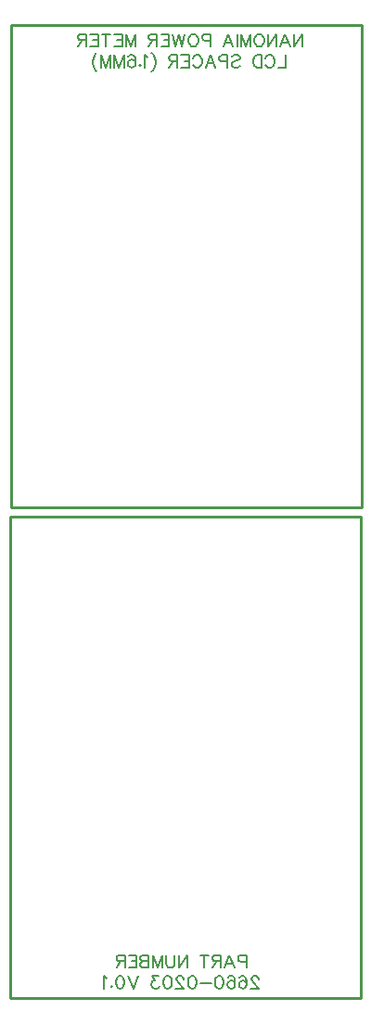
<source format=gbo>
G04 Layer: BottomSilkscreenLayer*
G04 EasyEDA v6.5.42, 2024-03-09 16:24:40*
G04 9ad492a03f114423b044bb89e96552af,5a6b42c53f6a479593ecc07194224c93,10*
G04 Gerber Generator version 0.2*
G04 Scale: 100 percent, Rotated: No, Reflected: No *
G04 Dimensions in millimeters *
G04 leading zeros omitted , absolute positions ,4 integer and 5 decimal *
%FSLAX45Y45*%
%MOMM*%

%ADD10C,0.2032*%
%ADD11C,0.2540*%

%LPD*%
D10*
X3111500Y11741589D02*
G01*
X3111500Y11627045D01*
X3111500Y11741589D02*
G01*
X3035137Y11627045D01*
X3035137Y11741589D02*
G01*
X3035137Y11627045D01*
X2955500Y11741589D02*
G01*
X2999135Y11627045D01*
X2955500Y11741589D02*
G01*
X2911863Y11627045D01*
X2982772Y11665226D02*
G01*
X2928228Y11665226D01*
X2875864Y11741589D02*
G01*
X2875864Y11627045D01*
X2875864Y11741589D02*
G01*
X2799501Y11627045D01*
X2799501Y11741589D02*
G01*
X2799501Y11627045D01*
X2730774Y11741589D02*
G01*
X2741683Y11736136D01*
X2752590Y11725226D01*
X2758046Y11714317D01*
X2763499Y11697954D01*
X2763499Y11670682D01*
X2758046Y11654317D01*
X2752590Y11643408D01*
X2741683Y11632498D01*
X2730774Y11627045D01*
X2708955Y11627045D01*
X2698046Y11632498D01*
X2687137Y11643408D01*
X2681683Y11654317D01*
X2676227Y11670682D01*
X2676227Y11697954D01*
X2681683Y11714317D01*
X2687137Y11725226D01*
X2698046Y11736136D01*
X2708955Y11741589D01*
X2730774Y11741589D01*
X2640228Y11741589D02*
G01*
X2640228Y11627045D01*
X2640228Y11741589D02*
G01*
X2596591Y11627045D01*
X2552956Y11741589D02*
G01*
X2596591Y11627045D01*
X2552956Y11741589D02*
G01*
X2552956Y11627045D01*
X2516954Y11741589D02*
G01*
X2516954Y11627045D01*
X2437320Y11741589D02*
G01*
X2480955Y11627045D01*
X2437320Y11741589D02*
G01*
X2393683Y11627045D01*
X2464592Y11665226D02*
G01*
X2410045Y11665226D01*
X2273683Y11741589D02*
G01*
X2273683Y11627045D01*
X2273683Y11741589D02*
G01*
X2224592Y11741589D01*
X2208230Y11736136D01*
X2202774Y11730682D01*
X2197320Y11719773D01*
X2197320Y11703408D01*
X2202774Y11692498D01*
X2208230Y11687045D01*
X2224592Y11681589D01*
X2273683Y11681589D01*
X2128593Y11741589D02*
G01*
X2139502Y11736136D01*
X2150412Y11725226D01*
X2155865Y11714317D01*
X2161319Y11697954D01*
X2161319Y11670682D01*
X2155865Y11654317D01*
X2150412Y11643408D01*
X2139502Y11632498D01*
X2128593Y11627045D01*
X2106775Y11627045D01*
X2095865Y11632498D01*
X2084956Y11643408D01*
X2079503Y11654317D01*
X2074047Y11670682D01*
X2074047Y11697954D01*
X2079503Y11714317D01*
X2084956Y11725226D01*
X2095865Y11736136D01*
X2106775Y11741589D01*
X2128593Y11741589D01*
X2038047Y11741589D02*
G01*
X2010775Y11627045D01*
X1983501Y11741589D02*
G01*
X2010775Y11627045D01*
X1983501Y11741589D02*
G01*
X1956229Y11627045D01*
X1928957Y11741589D02*
G01*
X1956229Y11627045D01*
X1892957Y11741589D02*
G01*
X1892957Y11627045D01*
X1892957Y11741589D02*
G01*
X1822048Y11741589D01*
X1892957Y11687045D02*
G01*
X1849320Y11687045D01*
X1892957Y11627045D02*
G01*
X1822048Y11627045D01*
X1786049Y11741589D02*
G01*
X1786049Y11627045D01*
X1786049Y11741589D02*
G01*
X1736956Y11741589D01*
X1720593Y11736136D01*
X1715140Y11730682D01*
X1709684Y11719773D01*
X1709684Y11708864D01*
X1715140Y11697954D01*
X1720593Y11692498D01*
X1736956Y11687045D01*
X1786049Y11687045D01*
X1747865Y11687045D02*
G01*
X1709684Y11627045D01*
X1589684Y11741589D02*
G01*
X1589684Y11627045D01*
X1589684Y11741589D02*
G01*
X1546049Y11627045D01*
X1502412Y11741589D02*
G01*
X1546049Y11627045D01*
X1502412Y11741589D02*
G01*
X1502412Y11627045D01*
X1466413Y11741589D02*
G01*
X1466413Y11627045D01*
X1466413Y11741589D02*
G01*
X1395503Y11741589D01*
X1466413Y11687045D02*
G01*
X1422775Y11687045D01*
X1466413Y11627045D02*
G01*
X1395503Y11627045D01*
X1321320Y11741589D02*
G01*
X1321320Y11627045D01*
X1359504Y11741589D02*
G01*
X1283139Y11741589D01*
X1247140Y11741589D02*
G01*
X1247140Y11627045D01*
X1247140Y11741589D02*
G01*
X1176230Y11741589D01*
X1247140Y11687045D02*
G01*
X1203502Y11687045D01*
X1247140Y11627045D02*
G01*
X1176230Y11627045D01*
X1140231Y11741589D02*
G01*
X1140231Y11627045D01*
X1140231Y11741589D02*
G01*
X1091140Y11741589D01*
X1074775Y11736136D01*
X1069322Y11730682D01*
X1063868Y11719773D01*
X1063868Y11708864D01*
X1069322Y11697954D01*
X1074775Y11692498D01*
X1091140Y11687045D01*
X1140231Y11687045D01*
X1102050Y11687045D02*
G01*
X1063868Y11627045D01*
X2603500Y3334189D02*
G01*
X2603500Y3219645D01*
X2603500Y3334189D02*
G01*
X2554409Y3334189D01*
X2538046Y3328736D01*
X2532590Y3323282D01*
X2527137Y3312373D01*
X2527137Y3296008D01*
X2532590Y3285098D01*
X2538046Y3279645D01*
X2554409Y3274189D01*
X2603500Y3274189D01*
X2447500Y3334189D02*
G01*
X2491135Y3219645D01*
X2447500Y3334189D02*
G01*
X2403863Y3219645D01*
X2474772Y3257826D02*
G01*
X2420228Y3257826D01*
X2367864Y3334189D02*
G01*
X2367864Y3219645D01*
X2367864Y3334189D02*
G01*
X2318773Y3334189D01*
X2302410Y3328736D01*
X2296955Y3323282D01*
X2291501Y3312373D01*
X2291501Y3301464D01*
X2296955Y3290554D01*
X2302410Y3285098D01*
X2318773Y3279645D01*
X2367864Y3279645D01*
X2329682Y3279645D02*
G01*
X2291501Y3219645D01*
X2217318Y3334189D02*
G01*
X2217318Y3219645D01*
X2255499Y3334189D02*
G01*
X2179137Y3334189D01*
X2059137Y3334189D02*
G01*
X2059137Y3219645D01*
X2059137Y3334189D02*
G01*
X1982774Y3219645D01*
X1982774Y3334189D02*
G01*
X1982774Y3219645D01*
X1946772Y3334189D02*
G01*
X1946772Y3252373D01*
X1941319Y3236008D01*
X1930410Y3225098D01*
X1914047Y3219645D01*
X1903138Y3219645D01*
X1886772Y3225098D01*
X1875866Y3236008D01*
X1870410Y3252373D01*
X1870410Y3334189D01*
X1834410Y3334189D02*
G01*
X1834410Y3219645D01*
X1834410Y3334189D02*
G01*
X1790773Y3219645D01*
X1747138Y3334189D02*
G01*
X1790773Y3219645D01*
X1747138Y3334189D02*
G01*
X1747138Y3219645D01*
X1711137Y3334189D02*
G01*
X1711137Y3219645D01*
X1711137Y3334189D02*
G01*
X1662046Y3334189D01*
X1645683Y3328736D01*
X1640230Y3323282D01*
X1634774Y3312373D01*
X1634774Y3301464D01*
X1640230Y3290554D01*
X1645683Y3285098D01*
X1662046Y3279645D01*
X1711137Y3279645D02*
G01*
X1662046Y3279645D01*
X1645683Y3274189D01*
X1640230Y3268736D01*
X1634774Y3257826D01*
X1634774Y3241464D01*
X1640230Y3230554D01*
X1645683Y3225098D01*
X1662046Y3219645D01*
X1711137Y3219645D01*
X1598775Y3334189D02*
G01*
X1598775Y3219645D01*
X1598775Y3334189D02*
G01*
X1527865Y3334189D01*
X1598775Y3279645D02*
G01*
X1555137Y3279645D01*
X1598775Y3219645D02*
G01*
X1527865Y3219645D01*
X1491866Y3334189D02*
G01*
X1491866Y3219645D01*
X1491866Y3334189D02*
G01*
X1442775Y3334189D01*
X1426410Y3328736D01*
X1420957Y3323282D01*
X1415501Y3312373D01*
X1415501Y3301464D01*
X1420957Y3290554D01*
X1426410Y3285098D01*
X1442775Y3279645D01*
X1491866Y3279645D01*
X1453685Y3279645D02*
G01*
X1415501Y3219645D01*
X2959100Y11551089D02*
G01*
X2959100Y11436545D01*
X2959100Y11436545D02*
G01*
X2893646Y11436545D01*
X2775828Y11523817D02*
G01*
X2781282Y11534726D01*
X2792191Y11545636D01*
X2803100Y11551089D01*
X2824919Y11551089D01*
X2835828Y11545636D01*
X2846735Y11534726D01*
X2852191Y11523817D01*
X2857644Y11507454D01*
X2857644Y11480182D01*
X2852191Y11463817D01*
X2846735Y11452908D01*
X2835828Y11441998D01*
X2824919Y11436545D01*
X2803100Y11436545D01*
X2792191Y11441998D01*
X2781282Y11452908D01*
X2775828Y11463817D01*
X2739826Y11551089D02*
G01*
X2739826Y11436545D01*
X2739826Y11551089D02*
G01*
X2701645Y11551089D01*
X2685282Y11545636D01*
X2674373Y11534726D01*
X2668917Y11523817D01*
X2663464Y11507454D01*
X2663464Y11480182D01*
X2668917Y11463817D01*
X2674373Y11452908D01*
X2685282Y11441998D01*
X2701645Y11436545D01*
X2739826Y11436545D01*
X2467102Y11534726D02*
G01*
X2478011Y11545636D01*
X2494373Y11551089D01*
X2516192Y11551089D01*
X2532555Y11545636D01*
X2543464Y11534726D01*
X2543464Y11523817D01*
X2538011Y11512908D01*
X2532555Y11507454D01*
X2521645Y11501998D01*
X2488918Y11491089D01*
X2478011Y11485636D01*
X2472555Y11480182D01*
X2467102Y11469273D01*
X2467102Y11452908D01*
X2478011Y11441998D01*
X2494373Y11436545D01*
X2516192Y11436545D01*
X2532555Y11441998D01*
X2543464Y11452908D01*
X2431100Y11551089D02*
G01*
X2431100Y11436545D01*
X2431100Y11551089D02*
G01*
X2382009Y11551089D01*
X2365646Y11545636D01*
X2360190Y11540182D01*
X2354737Y11529273D01*
X2354737Y11512908D01*
X2360190Y11501998D01*
X2365646Y11496545D01*
X2382009Y11491089D01*
X2431100Y11491089D01*
X2275100Y11551089D02*
G01*
X2318738Y11436545D01*
X2275100Y11551089D02*
G01*
X2231466Y11436545D01*
X2302372Y11474726D02*
G01*
X2247828Y11474726D01*
X2113648Y11523817D02*
G01*
X2119101Y11534726D01*
X2130010Y11545636D01*
X2140920Y11551089D01*
X2162738Y11551089D01*
X2173648Y11545636D01*
X2184554Y11534726D01*
X2190010Y11523817D01*
X2195464Y11507454D01*
X2195464Y11480182D01*
X2190010Y11463817D01*
X2184554Y11452908D01*
X2173648Y11441998D01*
X2162738Y11436545D01*
X2140920Y11436545D01*
X2130010Y11441998D01*
X2119101Y11452908D01*
X2113648Y11463817D01*
X2077646Y11551089D02*
G01*
X2077646Y11436545D01*
X2077646Y11551089D02*
G01*
X2006737Y11551089D01*
X2077646Y11496545D02*
G01*
X2034011Y11496545D01*
X2077646Y11436545D02*
G01*
X2006737Y11436545D01*
X1970737Y11551089D02*
G01*
X1970737Y11436545D01*
X1970737Y11551089D02*
G01*
X1921647Y11551089D01*
X1905284Y11545636D01*
X1899828Y11540182D01*
X1894375Y11529273D01*
X1894375Y11518364D01*
X1899828Y11507454D01*
X1905284Y11501998D01*
X1921647Y11496545D01*
X1970737Y11496545D01*
X1932556Y11496545D02*
G01*
X1894375Y11436545D01*
X1736194Y11572908D02*
G01*
X1747103Y11561998D01*
X1758012Y11545636D01*
X1768919Y11523817D01*
X1774375Y11496545D01*
X1774375Y11474726D01*
X1768919Y11447454D01*
X1758012Y11425636D01*
X1747103Y11409273D01*
X1736194Y11398364D01*
X1700192Y11529273D02*
G01*
X1689285Y11534726D01*
X1672920Y11551089D01*
X1672920Y11436545D01*
X1631467Y11463817D02*
G01*
X1636920Y11458364D01*
X1631467Y11452908D01*
X1626011Y11458364D01*
X1631467Y11463817D01*
X1524556Y11534726D02*
G01*
X1530012Y11545636D01*
X1546374Y11551089D01*
X1557284Y11551089D01*
X1573649Y11545636D01*
X1584556Y11529273D01*
X1590012Y11501998D01*
X1590012Y11474726D01*
X1584556Y11452908D01*
X1573649Y11441998D01*
X1557284Y11436545D01*
X1551830Y11436545D01*
X1535465Y11441998D01*
X1524556Y11452908D01*
X1519102Y11469273D01*
X1519102Y11474726D01*
X1524556Y11491089D01*
X1535465Y11501998D01*
X1551830Y11507454D01*
X1557284Y11507454D01*
X1573649Y11501998D01*
X1584556Y11491089D01*
X1590012Y11474726D01*
X1483103Y11551089D02*
G01*
X1483103Y11436545D01*
X1483103Y11551089D02*
G01*
X1439466Y11436545D01*
X1395831Y11551089D02*
G01*
X1439466Y11436545D01*
X1395831Y11551089D02*
G01*
X1395831Y11436545D01*
X1359829Y11551089D02*
G01*
X1359829Y11436545D01*
X1359829Y11551089D02*
G01*
X1316194Y11436545D01*
X1272557Y11551089D02*
G01*
X1316194Y11436545D01*
X1272557Y11551089D02*
G01*
X1272557Y11436545D01*
X1236558Y11572908D02*
G01*
X1225649Y11561998D01*
X1214739Y11545636D01*
X1203830Y11523817D01*
X1198377Y11496545D01*
X1198377Y11474726D01*
X1203830Y11447454D01*
X1214739Y11425636D01*
X1225649Y11409273D01*
X1236558Y11398364D01*
X2712346Y3116417D02*
G01*
X2712346Y3121873D01*
X2706890Y3132782D01*
X2701437Y3138236D01*
X2690528Y3143689D01*
X2668709Y3143689D01*
X2657800Y3138236D01*
X2652346Y3132782D01*
X2646890Y3121873D01*
X2646890Y3110964D01*
X2652346Y3100054D01*
X2663253Y3083689D01*
X2717800Y3029145D01*
X2641437Y3029145D01*
X2539982Y3127326D02*
G01*
X2545435Y3138236D01*
X2561800Y3143689D01*
X2572710Y3143689D01*
X2589072Y3138236D01*
X2599982Y3121873D01*
X2605435Y3094599D01*
X2605435Y3067326D01*
X2599982Y3045508D01*
X2589072Y3034599D01*
X2572710Y3029145D01*
X2567254Y3029145D01*
X2550891Y3034599D01*
X2539982Y3045508D01*
X2534528Y3061873D01*
X2534528Y3067326D01*
X2539982Y3083689D01*
X2550891Y3094599D01*
X2567254Y3100054D01*
X2572710Y3100054D01*
X2589072Y3094599D01*
X2599982Y3083689D01*
X2605435Y3067326D01*
X2433073Y3127326D02*
G01*
X2438527Y3138236D01*
X2454892Y3143689D01*
X2465800Y3143689D01*
X2482164Y3138236D01*
X2493073Y3121873D01*
X2498526Y3094599D01*
X2498526Y3067326D01*
X2493073Y3045508D01*
X2482164Y3034599D01*
X2465800Y3029145D01*
X2460345Y3029145D01*
X2443982Y3034599D01*
X2433073Y3045508D01*
X2427617Y3061873D01*
X2427617Y3067326D01*
X2433073Y3083689D01*
X2443982Y3094599D01*
X2460345Y3100054D01*
X2465800Y3100054D01*
X2482164Y3094599D01*
X2493073Y3083689D01*
X2498526Y3067326D01*
X2358890Y3143689D02*
G01*
X2375255Y3138236D01*
X2386164Y3121873D01*
X2391618Y3094599D01*
X2391618Y3078236D01*
X2386164Y3050964D01*
X2375255Y3034599D01*
X2358890Y3029145D01*
X2347983Y3029145D01*
X2331618Y3034599D01*
X2320709Y3050964D01*
X2315255Y3078236D01*
X2315255Y3094599D01*
X2320709Y3121873D01*
X2331618Y3138236D01*
X2347983Y3143689D01*
X2358890Y3143689D01*
X2279256Y3078236D02*
G01*
X2181072Y3078236D01*
X2112347Y3143689D02*
G01*
X2128710Y3138236D01*
X2139619Y3121873D01*
X2145073Y3094599D01*
X2145073Y3078236D01*
X2139619Y3050964D01*
X2128710Y3034599D01*
X2112347Y3029145D01*
X2101438Y3029145D01*
X2085073Y3034599D01*
X2074163Y3050964D01*
X2068710Y3078236D01*
X2068710Y3094599D01*
X2074163Y3121873D01*
X2085073Y3138236D01*
X2101438Y3143689D01*
X2112347Y3143689D01*
X2027255Y3116417D02*
G01*
X2027255Y3121873D01*
X2021801Y3132782D01*
X2016345Y3138236D01*
X2005436Y3143689D01*
X1983620Y3143689D01*
X1972711Y3138236D01*
X1967255Y3132782D01*
X1961802Y3121873D01*
X1961802Y3110964D01*
X1967255Y3100054D01*
X1978164Y3083689D01*
X2032711Y3029145D01*
X1956346Y3029145D01*
X1887618Y3143689D02*
G01*
X1903984Y3138236D01*
X1914893Y3121873D01*
X1920346Y3094599D01*
X1920346Y3078236D01*
X1914893Y3050964D01*
X1903984Y3034599D01*
X1887618Y3029145D01*
X1876712Y3029145D01*
X1860346Y3034599D01*
X1849437Y3050964D01*
X1843984Y3078236D01*
X1843984Y3094599D01*
X1849437Y3121873D01*
X1860346Y3138236D01*
X1876712Y3143689D01*
X1887618Y3143689D01*
X1797075Y3143689D02*
G01*
X1737075Y3143689D01*
X1769800Y3100054D01*
X1753438Y3100054D01*
X1742528Y3094599D01*
X1737075Y3089145D01*
X1731619Y3072782D01*
X1731619Y3061873D01*
X1737075Y3045508D01*
X1747984Y3034599D01*
X1764347Y3029145D01*
X1780710Y3029145D01*
X1797075Y3034599D01*
X1802528Y3040054D01*
X1807984Y3050964D01*
X1611619Y3143689D02*
G01*
X1567985Y3029145D01*
X1524347Y3143689D02*
G01*
X1567985Y3029145D01*
X1455620Y3143689D02*
G01*
X1471983Y3138236D01*
X1482892Y3121873D01*
X1488348Y3094599D01*
X1488348Y3078236D01*
X1482892Y3050964D01*
X1471983Y3034599D01*
X1455620Y3029145D01*
X1444711Y3029145D01*
X1428348Y3034599D01*
X1417439Y3050964D01*
X1411983Y3078236D01*
X1411983Y3094599D01*
X1417439Y3121873D01*
X1428348Y3138236D01*
X1444711Y3143689D01*
X1455620Y3143689D01*
X1370530Y3056417D02*
G01*
X1375984Y3050964D01*
X1370530Y3045508D01*
X1365074Y3050964D01*
X1370530Y3056417D01*
X1329075Y3121873D02*
G01*
X1318166Y3127326D01*
X1301803Y3143689D01*
X1301803Y3029145D01*
D11*
X446176Y7341666D02*
G01*
X3646170Y7341666D01*
X3646170Y2941675D01*
X446176Y2941675D01*
X446176Y7341666D01*
X451612Y11823293D02*
G01*
X3651605Y11823293D01*
X3651605Y7423302D01*
X451612Y7423302D01*
X451612Y11823293D01*
M02*

</source>
